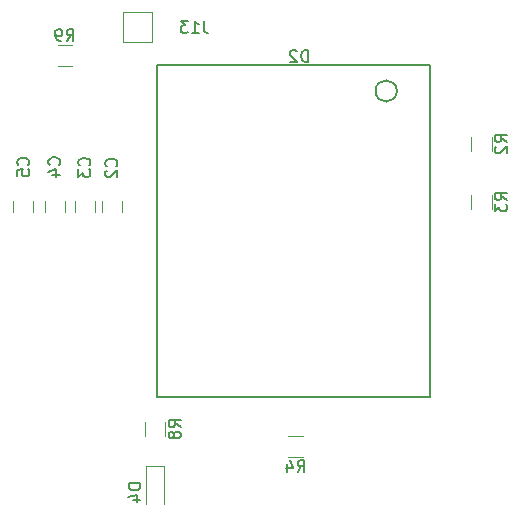
<source format=gbr>
G04 #@! TF.GenerationSoftware,KiCad,Pcbnew,(5.1.5)-3*
G04 #@! TF.CreationDate,2020-04-28T00:17:26+02:00*
G04 #@! TF.ProjectId,main_pcb,6d61696e-5f70-4636-922e-6b696361645f,1*
G04 #@! TF.SameCoordinates,Original*
G04 #@! TF.FileFunction,Legend,Bot*
G04 #@! TF.FilePolarity,Positive*
%FSLAX46Y46*%
G04 Gerber Fmt 4.6, Leading zero omitted, Abs format (unit mm)*
G04 Created by KiCad (PCBNEW (5.1.5)-3) date 2020-04-28 00:17:26*
%MOMM*%
%LPD*%
G04 APERTURE LIST*
%ADD10C,0.120000*%
%ADD11C,0.150000*%
G04 APERTURE END LIST*
D10*
X101920940Y-75663680D02*
X101920940Y-74663680D01*
X103620940Y-74663680D02*
X103620940Y-75663680D01*
X101296840Y-74661140D02*
X101296840Y-75661140D01*
X99596840Y-75661140D02*
X99596840Y-74661140D01*
X97079700Y-75666220D02*
X97079700Y-74666220D01*
X98779700Y-74666220D02*
X98779700Y-75666220D01*
X94387300Y-75663680D02*
X94387300Y-74663680D01*
X96087300Y-74663680D02*
X96087300Y-75663680D01*
D11*
X126875205Y-65378401D02*
G75*
G03X126875205Y-65378401I-902505J0D01*
G01*
X129719200Y-63219401D02*
X129719200Y-91286401D01*
X129719200Y-91286401D02*
X106605200Y-91286401D01*
X106605200Y-63219401D02*
X106605200Y-91286401D01*
X129719200Y-63219401D02*
X106605200Y-63219401D01*
D10*
X107168380Y-100344480D02*
X107168380Y-97144480D01*
X105668380Y-97144480D02*
X105668380Y-100344480D01*
X105668380Y-97144480D02*
X107168380Y-97144480D01*
X103685340Y-61226700D02*
X106174540Y-61226700D01*
X106184700Y-61216540D02*
X106184700Y-58727340D01*
X103685340Y-61226700D02*
X103685340Y-58737500D01*
X106184700Y-58727340D02*
X103695500Y-58727340D01*
X133148180Y-69266500D02*
X133148180Y-70466500D01*
X134908180Y-70466500D02*
X134908180Y-69266500D01*
X133148180Y-74166160D02*
X133148180Y-75366160D01*
X134908180Y-75366160D02*
X134908180Y-74166160D01*
X117700500Y-96366220D02*
X118900500Y-96366220D01*
X118900500Y-94606220D02*
X117700500Y-94606220D01*
X105530760Y-93406660D02*
X105530760Y-94606660D01*
X107290760Y-94606660D02*
X107290760Y-93406660D01*
X98153940Y-63257320D02*
X99353940Y-63257320D01*
X99353940Y-61497320D02*
X98153940Y-61497320D01*
D11*
X103105222Y-71745813D02*
X103152841Y-71698194D01*
X103200460Y-71555337D01*
X103200460Y-71460099D01*
X103152841Y-71317241D01*
X103057603Y-71222003D01*
X102962365Y-71174384D01*
X102771889Y-71126765D01*
X102629032Y-71126765D01*
X102438556Y-71174384D01*
X102343318Y-71222003D01*
X102248080Y-71317241D01*
X102200460Y-71460099D01*
X102200460Y-71555337D01*
X102248080Y-71698194D01*
X102295699Y-71745813D01*
X102295699Y-72126765D02*
X102248080Y-72174384D01*
X102200460Y-72269622D01*
X102200460Y-72507718D01*
X102248080Y-72602956D01*
X102295699Y-72650575D01*
X102390937Y-72698194D01*
X102486175Y-72698194D01*
X102629032Y-72650575D01*
X103200460Y-72079146D01*
X103200460Y-72698194D01*
X100824302Y-71679773D02*
X100871921Y-71632154D01*
X100919540Y-71489297D01*
X100919540Y-71394059D01*
X100871921Y-71251201D01*
X100776683Y-71155963D01*
X100681445Y-71108344D01*
X100490969Y-71060725D01*
X100348112Y-71060725D01*
X100157636Y-71108344D01*
X100062398Y-71155963D01*
X99967160Y-71251201D01*
X99919540Y-71394059D01*
X99919540Y-71489297D01*
X99967160Y-71632154D01*
X100014779Y-71679773D01*
X99919540Y-72013106D02*
X99919540Y-72632154D01*
X100300493Y-72298820D01*
X100300493Y-72441678D01*
X100348112Y-72536916D01*
X100395731Y-72584535D01*
X100490969Y-72632154D01*
X100729064Y-72632154D01*
X100824302Y-72584535D01*
X100871921Y-72536916D01*
X100919540Y-72441678D01*
X100919540Y-72155963D01*
X100871921Y-72060725D01*
X100824302Y-72013106D01*
X98284302Y-71628973D02*
X98331921Y-71581354D01*
X98379540Y-71438497D01*
X98379540Y-71343259D01*
X98331921Y-71200401D01*
X98236683Y-71105163D01*
X98141445Y-71057544D01*
X97950969Y-71009925D01*
X97808112Y-71009925D01*
X97617636Y-71057544D01*
X97522398Y-71105163D01*
X97427160Y-71200401D01*
X97379540Y-71343259D01*
X97379540Y-71438497D01*
X97427160Y-71581354D01*
X97474779Y-71628973D01*
X97712874Y-72486116D02*
X98379540Y-72486116D01*
X97331921Y-72248020D02*
X98046207Y-72009925D01*
X98046207Y-72628973D01*
X95647782Y-71644213D02*
X95695401Y-71596594D01*
X95743020Y-71453737D01*
X95743020Y-71358499D01*
X95695401Y-71215641D01*
X95600163Y-71120403D01*
X95504925Y-71072784D01*
X95314449Y-71025165D01*
X95171592Y-71025165D01*
X94981116Y-71072784D01*
X94885878Y-71120403D01*
X94790640Y-71215641D01*
X94743020Y-71358499D01*
X94743020Y-71453737D01*
X94790640Y-71596594D01*
X94838259Y-71644213D01*
X94743020Y-72548975D02*
X94743020Y-72072784D01*
X95219211Y-72025165D01*
X95171592Y-72072784D01*
X95123973Y-72168022D01*
X95123973Y-72406118D01*
X95171592Y-72501356D01*
X95219211Y-72548975D01*
X95314449Y-72596594D01*
X95552544Y-72596594D01*
X95647782Y-72548975D01*
X95695401Y-72501356D01*
X95743020Y-72406118D01*
X95743020Y-72168022D01*
X95695401Y-72072784D01*
X95647782Y-72025165D01*
X119340855Y-62905900D02*
X119340855Y-61905900D01*
X119102760Y-61905900D01*
X118959902Y-61953520D01*
X118864664Y-62048758D01*
X118817045Y-62143996D01*
X118769426Y-62334472D01*
X118769426Y-62477329D01*
X118817045Y-62667805D01*
X118864664Y-62763043D01*
X118959902Y-62858281D01*
X119102760Y-62905900D01*
X119340855Y-62905900D01*
X118388474Y-62001139D02*
X118340855Y-61953520D01*
X118245617Y-61905900D01*
X118007521Y-61905900D01*
X117912283Y-61953520D01*
X117864664Y-62001139D01*
X117817045Y-62096377D01*
X117817045Y-62191615D01*
X117864664Y-62334472D01*
X118436093Y-62905900D01*
X117817045Y-62905900D01*
X105170760Y-98606384D02*
X104170760Y-98606384D01*
X104170760Y-98844480D01*
X104218380Y-98987337D01*
X104313618Y-99082575D01*
X104408856Y-99130194D01*
X104599332Y-99177813D01*
X104742189Y-99177813D01*
X104932665Y-99130194D01*
X105027903Y-99082575D01*
X105123141Y-98987337D01*
X105170760Y-98844480D01*
X105170760Y-98606384D01*
X104504094Y-100034956D02*
X105170760Y-100034956D01*
X104123141Y-99796860D02*
X104837427Y-99558765D01*
X104837427Y-100177813D01*
X110527363Y-59452260D02*
X110527363Y-60166546D01*
X110574982Y-60309403D01*
X110670220Y-60404641D01*
X110813078Y-60452260D01*
X110908316Y-60452260D01*
X109527363Y-60452260D02*
X110098792Y-60452260D01*
X109813078Y-60452260D02*
X109813078Y-59452260D01*
X109908316Y-59595118D01*
X110003554Y-59690356D01*
X110098792Y-59737975D01*
X109194030Y-59452260D02*
X108574982Y-59452260D01*
X108908316Y-59833213D01*
X108765459Y-59833213D01*
X108670220Y-59880832D01*
X108622601Y-59928451D01*
X108574982Y-60023689D01*
X108574982Y-60261784D01*
X108622601Y-60357022D01*
X108670220Y-60404641D01*
X108765459Y-60452260D01*
X109051173Y-60452260D01*
X109146411Y-60404641D01*
X109194030Y-60357022D01*
X136180560Y-69699833D02*
X135704370Y-69366500D01*
X136180560Y-69128404D02*
X135180560Y-69128404D01*
X135180560Y-69509357D01*
X135228180Y-69604595D01*
X135275799Y-69652214D01*
X135371037Y-69699833D01*
X135513894Y-69699833D01*
X135609132Y-69652214D01*
X135656751Y-69604595D01*
X135704370Y-69509357D01*
X135704370Y-69128404D01*
X135275799Y-70080785D02*
X135228180Y-70128404D01*
X135180560Y-70223642D01*
X135180560Y-70461738D01*
X135228180Y-70556976D01*
X135275799Y-70604595D01*
X135371037Y-70652214D01*
X135466275Y-70652214D01*
X135609132Y-70604595D01*
X136180560Y-70033166D01*
X136180560Y-70652214D01*
X136180560Y-74599493D02*
X135704370Y-74266160D01*
X136180560Y-74028064D02*
X135180560Y-74028064D01*
X135180560Y-74409017D01*
X135228180Y-74504255D01*
X135275799Y-74551874D01*
X135371037Y-74599493D01*
X135513894Y-74599493D01*
X135609132Y-74551874D01*
X135656751Y-74504255D01*
X135704370Y-74409017D01*
X135704370Y-74028064D01*
X135180560Y-74932826D02*
X135180560Y-75551874D01*
X135561513Y-75218540D01*
X135561513Y-75361398D01*
X135609132Y-75456636D01*
X135656751Y-75504255D01*
X135751989Y-75551874D01*
X135990084Y-75551874D01*
X136085322Y-75504255D01*
X136132941Y-75456636D01*
X136180560Y-75361398D01*
X136180560Y-75075683D01*
X136132941Y-74980445D01*
X136085322Y-74932826D01*
X118467166Y-97638600D02*
X118800500Y-97162410D01*
X119038595Y-97638600D02*
X119038595Y-96638600D01*
X118657642Y-96638600D01*
X118562404Y-96686220D01*
X118514785Y-96733839D01*
X118467166Y-96829077D01*
X118467166Y-96971934D01*
X118514785Y-97067172D01*
X118562404Y-97114791D01*
X118657642Y-97162410D01*
X119038595Y-97162410D01*
X117610023Y-96971934D02*
X117610023Y-97638600D01*
X117848119Y-96590981D02*
X118086214Y-97305267D01*
X117467166Y-97305267D01*
X108563140Y-93839993D02*
X108086950Y-93506660D01*
X108563140Y-93268564D02*
X107563140Y-93268564D01*
X107563140Y-93649517D01*
X107610760Y-93744755D01*
X107658379Y-93792374D01*
X107753617Y-93839993D01*
X107896474Y-93839993D01*
X107991712Y-93792374D01*
X108039331Y-93744755D01*
X108086950Y-93649517D01*
X108086950Y-93268564D01*
X107991712Y-94411421D02*
X107944093Y-94316183D01*
X107896474Y-94268564D01*
X107801236Y-94220945D01*
X107753617Y-94220945D01*
X107658379Y-94268564D01*
X107610760Y-94316183D01*
X107563140Y-94411421D01*
X107563140Y-94601898D01*
X107610760Y-94697136D01*
X107658379Y-94744755D01*
X107753617Y-94792374D01*
X107801236Y-94792374D01*
X107896474Y-94744755D01*
X107944093Y-94697136D01*
X107991712Y-94601898D01*
X107991712Y-94411421D01*
X108039331Y-94316183D01*
X108086950Y-94268564D01*
X108182188Y-94220945D01*
X108372664Y-94220945D01*
X108467902Y-94268564D01*
X108515521Y-94316183D01*
X108563140Y-94411421D01*
X108563140Y-94601898D01*
X108515521Y-94697136D01*
X108467902Y-94744755D01*
X108372664Y-94792374D01*
X108182188Y-94792374D01*
X108086950Y-94744755D01*
X108039331Y-94697136D01*
X107991712Y-94601898D01*
X98920606Y-61129700D02*
X99253940Y-60653510D01*
X99492035Y-61129700D02*
X99492035Y-60129700D01*
X99111082Y-60129700D01*
X99015844Y-60177320D01*
X98968225Y-60224939D01*
X98920606Y-60320177D01*
X98920606Y-60463034D01*
X98968225Y-60558272D01*
X99015844Y-60605891D01*
X99111082Y-60653510D01*
X99492035Y-60653510D01*
X98444416Y-61129700D02*
X98253940Y-61129700D01*
X98158701Y-61082081D01*
X98111082Y-61034462D01*
X98015844Y-60891605D01*
X97968225Y-60701129D01*
X97968225Y-60320177D01*
X98015844Y-60224939D01*
X98063463Y-60177320D01*
X98158701Y-60129700D01*
X98349178Y-60129700D01*
X98444416Y-60177320D01*
X98492035Y-60224939D01*
X98539654Y-60320177D01*
X98539654Y-60558272D01*
X98492035Y-60653510D01*
X98444416Y-60701129D01*
X98349178Y-60748748D01*
X98158701Y-60748748D01*
X98063463Y-60701129D01*
X98015844Y-60653510D01*
X97968225Y-60558272D01*
M02*

</source>
